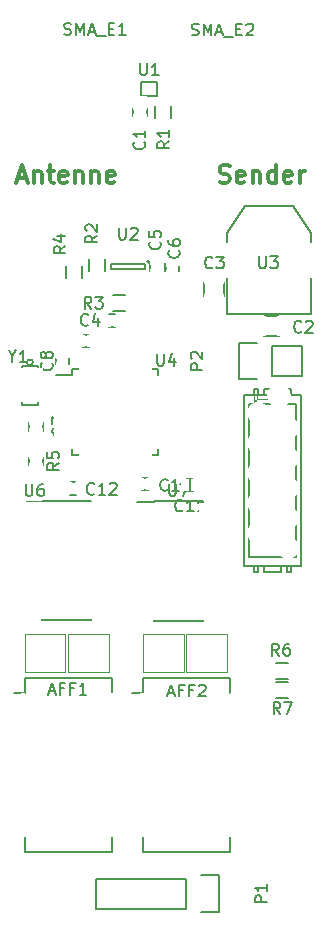
<source format=gto>
G04 #@! TF.FileFunction,Legend,Top*
%FSLAX46Y46*%
G04 Gerber Fmt 4.6, Leading zero omitted, Abs format (unit mm)*
G04 Created by KiCad (PCBNEW (2016-03-18 BZR 6629)-product) date Sa 16 Apr 2016 02:00:58 CEST*
%MOMM*%
G01*
G04 APERTURE LIST*
%ADD10C,0.100000*%
%ADD11C,0.300000*%
%ADD12C,0.150000*%
%ADD13C,0.203200*%
%ADD14C,0.101600*%
%ADD15C,0.099060*%
%ADD16C,0.200000*%
%ADD17O,2.000000X2.000000*%
%ADD18C,1.850000*%
%ADD19C,2.000000*%
%ADD20R,1.100000X1.700000*%
%ADD21R,1.700000X1.100000*%
%ADD22R,0.800000X1.000000*%
%ADD23R,1.000000X0.800000*%
%ADD24R,1.300000X0.900000*%
%ADD25R,0.900000X1.300000*%
%ADD26R,4.972000X2.813000*%
%ADD27R,4.471620X1.100000*%
%ADD28R,1.050000X1.460000*%
%ADD29R,4.057600X2.432000*%
%ADD30R,1.416000X2.432000*%
%ADD31R,1.700000X0.650000*%
%ADD32R,0.650000X1.700000*%
%ADD33R,0.700000X0.600000*%
%ADD34R,1.150000X1.200000*%
%ADD35R,2.200000X1.000000*%
%ADD36R,1.900000X1.000000*%
%ADD37R,0.849580X1.299160*%
%ADD38R,2.127200X2.432000*%
%ADD39O,2.127200X2.432000*%
%ADD40R,2.432000X2.432000*%
%ADD41O,2.432000X2.432000*%
G04 APERTURE END LIST*
D10*
D11*
X149892857Y-104250000D02*
X150607143Y-104250000D01*
X149750000Y-104678571D02*
X150250000Y-103178571D01*
X150750000Y-104678571D01*
X151250000Y-103678571D02*
X151250000Y-104678571D01*
X151250000Y-103821429D02*
X151321428Y-103750000D01*
X151464286Y-103678571D01*
X151678571Y-103678571D01*
X151821428Y-103750000D01*
X151892857Y-103892857D01*
X151892857Y-104678571D01*
X152392857Y-103678571D02*
X152964286Y-103678571D01*
X152607143Y-103178571D02*
X152607143Y-104464286D01*
X152678571Y-104607143D01*
X152821429Y-104678571D01*
X152964286Y-104678571D01*
X154035714Y-104607143D02*
X153892857Y-104678571D01*
X153607143Y-104678571D01*
X153464286Y-104607143D01*
X153392857Y-104464286D01*
X153392857Y-103892857D01*
X153464286Y-103750000D01*
X153607143Y-103678571D01*
X153892857Y-103678571D01*
X154035714Y-103750000D01*
X154107143Y-103892857D01*
X154107143Y-104035714D01*
X153392857Y-104178571D01*
X154750000Y-103678571D02*
X154750000Y-104678571D01*
X154750000Y-103821429D02*
X154821428Y-103750000D01*
X154964286Y-103678571D01*
X155178571Y-103678571D01*
X155321428Y-103750000D01*
X155392857Y-103892857D01*
X155392857Y-104678571D01*
X156107143Y-103678571D02*
X156107143Y-104678571D01*
X156107143Y-103821429D02*
X156178571Y-103750000D01*
X156321429Y-103678571D01*
X156535714Y-103678571D01*
X156678571Y-103750000D01*
X156750000Y-103892857D01*
X156750000Y-104678571D01*
X158035714Y-104607143D02*
X157892857Y-104678571D01*
X157607143Y-104678571D01*
X157464286Y-104607143D01*
X157392857Y-104464286D01*
X157392857Y-103892857D01*
X157464286Y-103750000D01*
X157607143Y-103678571D01*
X157892857Y-103678571D01*
X158035714Y-103750000D01*
X158107143Y-103892857D01*
X158107143Y-104035714D01*
X157392857Y-104178571D01*
X166964286Y-104607143D02*
X167178572Y-104678571D01*
X167535715Y-104678571D01*
X167678572Y-104607143D01*
X167750001Y-104535714D01*
X167821429Y-104392857D01*
X167821429Y-104250000D01*
X167750001Y-104107143D01*
X167678572Y-104035714D01*
X167535715Y-103964286D01*
X167250001Y-103892857D01*
X167107143Y-103821429D01*
X167035715Y-103750000D01*
X166964286Y-103607143D01*
X166964286Y-103464286D01*
X167035715Y-103321429D01*
X167107143Y-103250000D01*
X167250001Y-103178571D01*
X167607143Y-103178571D01*
X167821429Y-103250000D01*
X169035714Y-104607143D02*
X168892857Y-104678571D01*
X168607143Y-104678571D01*
X168464286Y-104607143D01*
X168392857Y-104464286D01*
X168392857Y-103892857D01*
X168464286Y-103750000D01*
X168607143Y-103678571D01*
X168892857Y-103678571D01*
X169035714Y-103750000D01*
X169107143Y-103892857D01*
X169107143Y-104035714D01*
X168392857Y-104178571D01*
X169750000Y-103678571D02*
X169750000Y-104678571D01*
X169750000Y-103821429D02*
X169821428Y-103750000D01*
X169964286Y-103678571D01*
X170178571Y-103678571D01*
X170321428Y-103750000D01*
X170392857Y-103892857D01*
X170392857Y-104678571D01*
X171750000Y-104678571D02*
X171750000Y-103178571D01*
X171750000Y-104607143D02*
X171607143Y-104678571D01*
X171321429Y-104678571D01*
X171178571Y-104607143D01*
X171107143Y-104535714D01*
X171035714Y-104392857D01*
X171035714Y-103964286D01*
X171107143Y-103821429D01*
X171178571Y-103750000D01*
X171321429Y-103678571D01*
X171607143Y-103678571D01*
X171750000Y-103750000D01*
X173035714Y-104607143D02*
X172892857Y-104678571D01*
X172607143Y-104678571D01*
X172464286Y-104607143D01*
X172392857Y-104464286D01*
X172392857Y-103892857D01*
X172464286Y-103750000D01*
X172607143Y-103678571D01*
X172892857Y-103678571D01*
X173035714Y-103750000D01*
X173107143Y-103892857D01*
X173107143Y-104035714D01*
X172392857Y-104178571D01*
X173750000Y-104678571D02*
X173750000Y-103678571D01*
X173750000Y-103964286D02*
X173821428Y-103821429D01*
X173892857Y-103750000D01*
X174035714Y-103678571D01*
X174178571Y-103678571D01*
D12*
X150485000Y-146605000D02*
X150485000Y-147875000D01*
X157835000Y-146605000D02*
X157835000Y-147875000D01*
X157835000Y-161355000D02*
X157835000Y-160085000D01*
X150485000Y-161355000D02*
X150485000Y-160085000D01*
X150485000Y-146605000D02*
X157835000Y-146605000D01*
X150485000Y-161355000D02*
X157835000Y-161355000D01*
X150485000Y-147875000D02*
X149550000Y-147875000D01*
D13*
X170751500Y-137243540D02*
X170751500Y-137644860D01*
X170751500Y-137644860D02*
X172148500Y-137644860D01*
X172148500Y-137644860D02*
X172148500Y-137243540D01*
X172648880Y-137243540D02*
X172648880Y-137644860D01*
X172648880Y-137644860D02*
X173047660Y-137644860D01*
X173047660Y-137644860D02*
X173047660Y-137243540D01*
X169852340Y-137243540D02*
X169852340Y-137644860D01*
X169852340Y-137644860D02*
X170251120Y-137644860D01*
X170251120Y-137644860D02*
X170251120Y-137243540D01*
X169052240Y-137144480D02*
X173847760Y-137144480D01*
X169451020Y-136344380D02*
X173448980Y-136344380D01*
D14*
X169852340Y-122707120D02*
X169852340Y-123006840D01*
X169852340Y-123006840D02*
X169852340Y-123306560D01*
X171450000Y-122707120D02*
X171450000Y-123006840D01*
X171450000Y-123006840D02*
X171450000Y-123306560D01*
X171450000Y-123006840D02*
X171150280Y-123306560D01*
X169852340Y-123006840D02*
X170152060Y-123306560D01*
X170050460Y-123105900D02*
X170152060Y-123006840D01*
X170152060Y-122707120D02*
X170152060Y-123006840D01*
X170152060Y-123006840D02*
X171150280Y-123006840D01*
X171150280Y-123006840D02*
X171150280Y-122707120D01*
X171251880Y-123105900D02*
X171150280Y-123006840D01*
D13*
X172148500Y-122506460D02*
X172148500Y-122105140D01*
X172148500Y-122105140D02*
X170751500Y-122105140D01*
X170751500Y-122105140D02*
X170751500Y-122506460D01*
X170251120Y-122506460D02*
X170251120Y-122105140D01*
X170251120Y-122105140D02*
X169852340Y-122105140D01*
X169852340Y-122105140D02*
X169852340Y-122506460D01*
X173047660Y-122506460D02*
X173047660Y-122105140D01*
X173047660Y-122105140D02*
X172648880Y-122105140D01*
X172648880Y-122105140D02*
X172648880Y-122506460D01*
X173847760Y-122605520D02*
X169052240Y-122605520D01*
X169451020Y-123405620D02*
X169451020Y-136344380D01*
X169052240Y-122605520D02*
X169052240Y-137144480D01*
X173847760Y-122605520D02*
X173847760Y-137144480D01*
X173448980Y-123405620D02*
X169451020Y-123405620D01*
X173448980Y-123405620D02*
X173448980Y-136344380D01*
D12*
X170750000Y-115925000D02*
X171950000Y-115925000D01*
X171950000Y-117675000D02*
X170750000Y-117675000D01*
X165600000Y-114250000D02*
X165600000Y-113050000D01*
X167350000Y-113050000D02*
X167350000Y-114250000D01*
X157622200Y-116858700D02*
X158122200Y-116858700D01*
X158122200Y-115808700D02*
X157622200Y-115808700D01*
X162447200Y-111683700D02*
X162447200Y-112183700D01*
X163497200Y-112183700D02*
X163497200Y-111683700D01*
X161525000Y-99200000D02*
X161525000Y-98200000D01*
X162875000Y-98200000D02*
X162875000Y-99200000D01*
X155897200Y-112133700D02*
X155897200Y-111133700D01*
X157247200Y-111133700D02*
X157247200Y-112133700D01*
X157972200Y-114158700D02*
X158972200Y-114158700D01*
X158972200Y-115508700D02*
X157972200Y-115508700D01*
X155347200Y-111733700D02*
X155347200Y-112733700D01*
X153997200Y-112733700D02*
X153997200Y-111733700D01*
X161022200Y-111358700D02*
G75*
G03X161022200Y-111358700I-100000J0D01*
G01*
X160672200Y-112008700D02*
X160672200Y-111508700D01*
X157772200Y-112008700D02*
X160672200Y-112008700D01*
X157772200Y-111508700D02*
X157772200Y-112008700D01*
X160672200Y-111508700D02*
X157772200Y-111508700D01*
X167626200Y-112722700D02*
X167626200Y-115770700D01*
X167626200Y-115770700D02*
X174738200Y-115770700D01*
X174738200Y-115770700D02*
X174738200Y-112722700D01*
X167626200Y-109674700D02*
X167626200Y-108912700D01*
X167626200Y-108912700D02*
X169150200Y-106626700D01*
X169150200Y-106626700D02*
X173214200Y-106626700D01*
X173214200Y-106626700D02*
X174738200Y-108912700D01*
X174738200Y-108912700D02*
X174738200Y-109674700D01*
X154497200Y-120458700D02*
X154497200Y-120983700D01*
X161747200Y-120458700D02*
X161747200Y-120983700D01*
X161747200Y-127708700D02*
X161747200Y-127183700D01*
X154497200Y-127708700D02*
X154497200Y-127183700D01*
X154497200Y-120458700D02*
X155022200Y-120458700D01*
X154497200Y-127708700D02*
X155022200Y-127708700D01*
X161747200Y-127708700D02*
X161222200Y-127708700D01*
X161747200Y-120458700D02*
X161222200Y-120458700D01*
X154497200Y-120983700D02*
X153122200Y-120983700D01*
X160300000Y-96120000D02*
X161700000Y-96120000D01*
X161700000Y-96120000D02*
X161700000Y-97320000D01*
X161700000Y-97320000D02*
X160300000Y-97320000D01*
X160300000Y-97320000D02*
X160300000Y-96120000D01*
X160800000Y-98350000D02*
X160800000Y-99050000D01*
X159600000Y-99050000D02*
X159600000Y-98350000D01*
X161100000Y-112150000D02*
X161100000Y-111450000D01*
X162300000Y-111450000D02*
X162300000Y-112150000D01*
X152050000Y-124950000D02*
X152050000Y-125650000D01*
X150850000Y-125650000D02*
X150850000Y-124950000D01*
X153125000Y-119475000D02*
X153125000Y-119975000D01*
X154175000Y-119975000D02*
X154175000Y-119475000D01*
X155900000Y-117525000D02*
X155400000Y-117525000D01*
X155400000Y-118575000D02*
X155900000Y-118575000D01*
X160400000Y-130725000D02*
X160900000Y-130725000D01*
X160900000Y-129675000D02*
X160400000Y-129675000D01*
X150850000Y-128575000D02*
X150850000Y-127875000D01*
X152050000Y-127875000D02*
X152050000Y-128575000D01*
X151150000Y-119875000D02*
G75*
G03X151150000Y-119875000I-250000J0D01*
G01*
X150250000Y-120175000D02*
X150250000Y-123475000D01*
X150250000Y-123475000D02*
X151550000Y-123475000D01*
X151550000Y-123475000D02*
X151550000Y-120175000D01*
X151550000Y-120175000D02*
X150250000Y-120175000D01*
X151925000Y-131575000D02*
X151925000Y-131680000D01*
X156075000Y-131575000D02*
X156075000Y-131680000D01*
X156075000Y-141725000D02*
X156075000Y-141620000D01*
X151925000Y-141725000D02*
X151925000Y-141620000D01*
X151925000Y-131575000D02*
X156075000Y-131575000D01*
X151925000Y-141725000D02*
X156075000Y-141725000D01*
X151925000Y-131680000D02*
X150550000Y-131680000D01*
D15*
X154150740Y-146100200D02*
X154150740Y-142899800D01*
X157551800Y-146100200D02*
X154150740Y-146100200D01*
X157551800Y-142899800D02*
X154153280Y-142899800D01*
X157554340Y-146100200D02*
X157554340Y-142899800D01*
X150500740Y-146100200D02*
X150500740Y-142899800D01*
X153901800Y-146100200D02*
X150500740Y-146100200D01*
X153901800Y-142899800D02*
X150503280Y-142899800D01*
X153904340Y-146100200D02*
X153904340Y-142899800D01*
D12*
X160485000Y-146605000D02*
X160485000Y-147875000D01*
X167835000Y-146605000D02*
X167835000Y-147875000D01*
X167835000Y-161355000D02*
X167835000Y-160085000D01*
X160485000Y-161355000D02*
X160485000Y-160085000D01*
X160485000Y-146605000D02*
X167835000Y-146605000D01*
X160485000Y-161355000D02*
X167835000Y-161355000D01*
X160485000Y-147875000D02*
X159550000Y-147875000D01*
D15*
X164150740Y-146100200D02*
X164150740Y-142899800D01*
X167551800Y-146100200D02*
X164150740Y-146100200D01*
X167551800Y-142899800D02*
X164153280Y-142899800D01*
X167554340Y-146100200D02*
X167554340Y-142899800D01*
X160500740Y-146100200D02*
X160500740Y-142899800D01*
X163901800Y-146100200D02*
X160500740Y-146100200D01*
X163901800Y-142899800D02*
X160503280Y-142899800D01*
X163904340Y-146100200D02*
X163904340Y-142899800D01*
D12*
X161375000Y-131625000D02*
X161375000Y-131730000D01*
X165525000Y-131625000D02*
X165525000Y-131730000D01*
X165525000Y-141775000D02*
X165525000Y-141670000D01*
X161375000Y-141775000D02*
X161375000Y-141670000D01*
X161375000Y-131625000D02*
X165525000Y-131625000D01*
X161375000Y-141775000D02*
X165525000Y-141775000D01*
X161375000Y-131730000D02*
X160000000Y-131730000D01*
X164200000Y-130775000D02*
X164700000Y-130775000D01*
X164700000Y-129725000D02*
X164200000Y-129725000D01*
X154325000Y-131075000D02*
X154825000Y-131075000D01*
X154825000Y-130025000D02*
X154325000Y-130025000D01*
X164130000Y-163580000D02*
X156510000Y-163580000D01*
X164130000Y-166120000D02*
X156510000Y-166120000D01*
X166950000Y-166400000D02*
X165400000Y-166400000D01*
X156510000Y-163580000D02*
X156510000Y-166120000D01*
X164130000Y-166120000D02*
X164130000Y-163580000D01*
X165400000Y-163300000D02*
X166950000Y-163300000D01*
X166950000Y-163300000D02*
X166950000Y-166400000D01*
X171420000Y-118505000D02*
X173960000Y-118505000D01*
X168600000Y-118225000D02*
X170150000Y-118225000D01*
X171420000Y-118505000D02*
X171420000Y-121045000D01*
X170150000Y-121325000D02*
X168600000Y-121325000D01*
X168600000Y-121325000D02*
X168600000Y-118225000D01*
X171420000Y-121045000D02*
X173960000Y-121045000D01*
X173960000Y-121045000D02*
X173960000Y-118505000D01*
X171760000Y-145295000D02*
X172760000Y-145295000D01*
X172760000Y-146645000D02*
X171760000Y-146645000D01*
X171770000Y-146975000D02*
X172770000Y-146975000D01*
X172770000Y-148325000D02*
X171770000Y-148325000D01*
X152528571Y-147716667D02*
X153004762Y-147716667D01*
X152433333Y-148002381D02*
X152766666Y-147002381D01*
X153100000Y-148002381D01*
X153766667Y-147478571D02*
X153433333Y-147478571D01*
X153433333Y-148002381D02*
X153433333Y-147002381D01*
X153909524Y-147002381D01*
X154623810Y-147478571D02*
X154290476Y-147478571D01*
X154290476Y-148002381D02*
X154290476Y-147002381D01*
X154766667Y-147002381D01*
X155671429Y-148002381D02*
X155100000Y-148002381D01*
X155385714Y-148002381D02*
X155385714Y-147002381D01*
X155290476Y-147145238D01*
X155195238Y-147240476D01*
X155100000Y-147288095D01*
X173876134Y-117258443D02*
X173828515Y-117306062D01*
X173685658Y-117353681D01*
X173590420Y-117353681D01*
X173447562Y-117306062D01*
X173352324Y-117210824D01*
X173304705Y-117115586D01*
X173257086Y-116925110D01*
X173257086Y-116782252D01*
X173304705Y-116591776D01*
X173352324Y-116496538D01*
X173447562Y-116401300D01*
X173590420Y-116353681D01*
X173685658Y-116353681D01*
X173828515Y-116401300D01*
X173876134Y-116448919D01*
X174257086Y-116448919D02*
X174304705Y-116401300D01*
X174399943Y-116353681D01*
X174638039Y-116353681D01*
X174733277Y-116401300D01*
X174780896Y-116448919D01*
X174828515Y-116544157D01*
X174828515Y-116639395D01*
X174780896Y-116782252D01*
X174209467Y-117353681D01*
X174828515Y-117353681D01*
X166356134Y-111833443D02*
X166308515Y-111881062D01*
X166165658Y-111928681D01*
X166070420Y-111928681D01*
X165927562Y-111881062D01*
X165832324Y-111785824D01*
X165784705Y-111690586D01*
X165737086Y-111500110D01*
X165737086Y-111357252D01*
X165784705Y-111166776D01*
X165832324Y-111071538D01*
X165927562Y-110976300D01*
X166070420Y-110928681D01*
X166165658Y-110928681D01*
X166308515Y-110976300D01*
X166356134Y-111023919D01*
X166689467Y-110928681D02*
X167308515Y-110928681D01*
X166975181Y-111309633D01*
X167118039Y-111309633D01*
X167213277Y-111357252D01*
X167260896Y-111404871D01*
X167308515Y-111500110D01*
X167308515Y-111738205D01*
X167260896Y-111833443D01*
X167213277Y-111881062D01*
X167118039Y-111928681D01*
X166832324Y-111928681D01*
X166737086Y-111881062D01*
X166689467Y-111833443D01*
X155833334Y-116682143D02*
X155785715Y-116729762D01*
X155642858Y-116777381D01*
X155547620Y-116777381D01*
X155404762Y-116729762D01*
X155309524Y-116634524D01*
X155261905Y-116539286D01*
X155214286Y-116348810D01*
X155214286Y-116205952D01*
X155261905Y-116015476D01*
X155309524Y-115920238D01*
X155404762Y-115825000D01*
X155547620Y-115777381D01*
X155642858Y-115777381D01*
X155785715Y-115825000D01*
X155833334Y-115872619D01*
X156690477Y-116110714D02*
X156690477Y-116777381D01*
X156452381Y-115729762D02*
X156214286Y-116444048D01*
X156833334Y-116444048D01*
X163507143Y-110391666D02*
X163554762Y-110439285D01*
X163602381Y-110582142D01*
X163602381Y-110677380D01*
X163554762Y-110820238D01*
X163459524Y-110915476D01*
X163364286Y-110963095D01*
X163173810Y-111010714D01*
X163030952Y-111010714D01*
X162840476Y-110963095D01*
X162745238Y-110915476D01*
X162650000Y-110820238D01*
X162602381Y-110677380D01*
X162602381Y-110582142D01*
X162650000Y-110439285D01*
X162697619Y-110391666D01*
X162602381Y-109534523D02*
X162602381Y-109725000D01*
X162650000Y-109820238D01*
X162697619Y-109867857D01*
X162840476Y-109963095D01*
X163030952Y-110010714D01*
X163411905Y-110010714D01*
X163507143Y-109963095D01*
X163554762Y-109915476D01*
X163602381Y-109820238D01*
X163602381Y-109629761D01*
X163554762Y-109534523D01*
X163507143Y-109486904D01*
X163411905Y-109439285D01*
X163173810Y-109439285D01*
X163078571Y-109486904D01*
X163030952Y-109534523D01*
X162983333Y-109629761D01*
X162983333Y-109820238D01*
X163030952Y-109915476D01*
X163078571Y-109963095D01*
X163173810Y-110010714D01*
X162702381Y-101166666D02*
X162226190Y-101500000D01*
X162702381Y-101738095D02*
X161702381Y-101738095D01*
X161702381Y-101357142D01*
X161750000Y-101261904D01*
X161797619Y-101214285D01*
X161892857Y-101166666D01*
X162035714Y-101166666D01*
X162130952Y-101214285D01*
X162178571Y-101261904D01*
X162226190Y-101357142D01*
X162226190Y-101738095D01*
X162702381Y-100214285D02*
X162702381Y-100785714D01*
X162702381Y-100500000D02*
X161702381Y-100500000D01*
X161845238Y-100595238D01*
X161940476Y-100690476D01*
X161988095Y-100785714D01*
X156602381Y-109141666D02*
X156126190Y-109475000D01*
X156602381Y-109713095D02*
X155602381Y-109713095D01*
X155602381Y-109332142D01*
X155650000Y-109236904D01*
X155697619Y-109189285D01*
X155792857Y-109141666D01*
X155935714Y-109141666D01*
X156030952Y-109189285D01*
X156078571Y-109236904D01*
X156126190Y-109332142D01*
X156126190Y-109713095D01*
X155697619Y-108760714D02*
X155650000Y-108713095D01*
X155602381Y-108617857D01*
X155602381Y-108379761D01*
X155650000Y-108284523D01*
X155697619Y-108236904D01*
X155792857Y-108189285D01*
X155888095Y-108189285D01*
X156030952Y-108236904D01*
X156602381Y-108808333D01*
X156602381Y-108189285D01*
X156108334Y-115327381D02*
X155775000Y-114851190D01*
X155536905Y-115327381D02*
X155536905Y-114327381D01*
X155917858Y-114327381D01*
X156013096Y-114375000D01*
X156060715Y-114422619D01*
X156108334Y-114517857D01*
X156108334Y-114660714D01*
X156060715Y-114755952D01*
X156013096Y-114803571D01*
X155917858Y-114851190D01*
X155536905Y-114851190D01*
X156441667Y-114327381D02*
X157060715Y-114327381D01*
X156727381Y-114708333D01*
X156870239Y-114708333D01*
X156965477Y-114755952D01*
X157013096Y-114803571D01*
X157060715Y-114898810D01*
X157060715Y-115136905D01*
X157013096Y-115232143D01*
X156965477Y-115279762D01*
X156870239Y-115327381D01*
X156584524Y-115327381D01*
X156489286Y-115279762D01*
X156441667Y-115232143D01*
X153902381Y-110041666D02*
X153426190Y-110375000D01*
X153902381Y-110613095D02*
X152902381Y-110613095D01*
X152902381Y-110232142D01*
X152950000Y-110136904D01*
X152997619Y-110089285D01*
X153092857Y-110041666D01*
X153235714Y-110041666D01*
X153330952Y-110089285D01*
X153378571Y-110136904D01*
X153426190Y-110232142D01*
X153426190Y-110613095D01*
X153235714Y-109184523D02*
X153902381Y-109184523D01*
X152854762Y-109422619D02*
X153569048Y-109660714D01*
X153569048Y-109041666D01*
D16*
X153804762Y-92104762D02*
X153947619Y-92152381D01*
X154185715Y-92152381D01*
X154280953Y-92104762D01*
X154328572Y-92057143D01*
X154376191Y-91961905D01*
X154376191Y-91866667D01*
X154328572Y-91771429D01*
X154280953Y-91723810D01*
X154185715Y-91676190D01*
X153995238Y-91628571D01*
X153900000Y-91580952D01*
X153852381Y-91533333D01*
X153804762Y-91438095D01*
X153804762Y-91342857D01*
X153852381Y-91247619D01*
X153900000Y-91200000D01*
X153995238Y-91152381D01*
X154233334Y-91152381D01*
X154376191Y-91200000D01*
X154804762Y-92152381D02*
X154804762Y-91152381D01*
X155138096Y-91866667D01*
X155471429Y-91152381D01*
X155471429Y-92152381D01*
X155900000Y-91866667D02*
X156376191Y-91866667D01*
X155804762Y-92152381D02*
X156138095Y-91152381D01*
X156471429Y-92152381D01*
X156566667Y-92247619D02*
X157328572Y-92247619D01*
X157566667Y-91628571D02*
X157900001Y-91628571D01*
X158042858Y-92152381D02*
X157566667Y-92152381D01*
X157566667Y-91152381D01*
X158042858Y-91152381D01*
X158995239Y-92152381D02*
X158423810Y-92152381D01*
X158709524Y-92152381D02*
X158709524Y-91152381D01*
X158614286Y-91295238D01*
X158519048Y-91390476D01*
X158423810Y-91438095D01*
X164604762Y-92154762D02*
X164747619Y-92202381D01*
X164985715Y-92202381D01*
X165080953Y-92154762D01*
X165128572Y-92107143D01*
X165176191Y-92011905D01*
X165176191Y-91916667D01*
X165128572Y-91821429D01*
X165080953Y-91773810D01*
X164985715Y-91726190D01*
X164795238Y-91678571D01*
X164700000Y-91630952D01*
X164652381Y-91583333D01*
X164604762Y-91488095D01*
X164604762Y-91392857D01*
X164652381Y-91297619D01*
X164700000Y-91250000D01*
X164795238Y-91202381D01*
X165033334Y-91202381D01*
X165176191Y-91250000D01*
X165604762Y-92202381D02*
X165604762Y-91202381D01*
X165938096Y-91916667D01*
X166271429Y-91202381D01*
X166271429Y-92202381D01*
X166700000Y-91916667D02*
X167176191Y-91916667D01*
X166604762Y-92202381D02*
X166938095Y-91202381D01*
X167271429Y-92202381D01*
X167366667Y-92297619D02*
X168128572Y-92297619D01*
X168366667Y-91678571D02*
X168700001Y-91678571D01*
X168842858Y-92202381D02*
X168366667Y-92202381D01*
X168366667Y-91202381D01*
X168842858Y-91202381D01*
X169223810Y-91297619D02*
X169271429Y-91250000D01*
X169366667Y-91202381D01*
X169604763Y-91202381D01*
X169700001Y-91250000D01*
X169747620Y-91297619D01*
X169795239Y-91392857D01*
X169795239Y-91488095D01*
X169747620Y-91630952D01*
X169176191Y-92202381D01*
X169795239Y-92202381D01*
D12*
X158438095Y-108477381D02*
X158438095Y-109286905D01*
X158485714Y-109382143D01*
X158533333Y-109429762D01*
X158628571Y-109477381D01*
X158819048Y-109477381D01*
X158914286Y-109429762D01*
X158961905Y-109382143D01*
X159009524Y-109286905D01*
X159009524Y-108477381D01*
X159438095Y-108572619D02*
X159485714Y-108525000D01*
X159580952Y-108477381D01*
X159819048Y-108477381D01*
X159914286Y-108525000D01*
X159961905Y-108572619D01*
X160009524Y-108667857D01*
X160009524Y-108763095D01*
X159961905Y-108905952D01*
X159390476Y-109477381D01*
X160009524Y-109477381D01*
X170313095Y-110902381D02*
X170313095Y-111711905D01*
X170360714Y-111807143D01*
X170408333Y-111854762D01*
X170503571Y-111902381D01*
X170694048Y-111902381D01*
X170789286Y-111854762D01*
X170836905Y-111807143D01*
X170884524Y-111711905D01*
X170884524Y-110902381D01*
X171265476Y-110902381D02*
X171884524Y-110902381D01*
X171551190Y-111283333D01*
X171694048Y-111283333D01*
X171789286Y-111330952D01*
X171836905Y-111378571D01*
X171884524Y-111473810D01*
X171884524Y-111711905D01*
X171836905Y-111807143D01*
X171789286Y-111854762D01*
X171694048Y-111902381D01*
X171408333Y-111902381D01*
X171313095Y-111854762D01*
X171265476Y-111807143D01*
X161663095Y-119152381D02*
X161663095Y-119961905D01*
X161710714Y-120057143D01*
X161758333Y-120104762D01*
X161853571Y-120152381D01*
X162044048Y-120152381D01*
X162139286Y-120104762D01*
X162186905Y-120057143D01*
X162234524Y-119961905D01*
X162234524Y-119152381D01*
X163139286Y-119485714D02*
X163139286Y-120152381D01*
X162901190Y-119104762D02*
X162663095Y-119819048D01*
X163282143Y-119819048D01*
X160238095Y-94552381D02*
X160238095Y-95361905D01*
X160285714Y-95457143D01*
X160333333Y-95504762D01*
X160428571Y-95552381D01*
X160619048Y-95552381D01*
X160714286Y-95504762D01*
X160761905Y-95457143D01*
X160809524Y-95361905D01*
X160809524Y-94552381D01*
X161809524Y-95552381D02*
X161238095Y-95552381D01*
X161523809Y-95552381D02*
X161523809Y-94552381D01*
X161428571Y-94695238D01*
X161333333Y-94790476D01*
X161238095Y-94838095D01*
X160557143Y-101216666D02*
X160604762Y-101264285D01*
X160652381Y-101407142D01*
X160652381Y-101502380D01*
X160604762Y-101645238D01*
X160509524Y-101740476D01*
X160414286Y-101788095D01*
X160223810Y-101835714D01*
X160080952Y-101835714D01*
X159890476Y-101788095D01*
X159795238Y-101740476D01*
X159700000Y-101645238D01*
X159652381Y-101502380D01*
X159652381Y-101407142D01*
X159700000Y-101264285D01*
X159747619Y-101216666D01*
X160652381Y-100264285D02*
X160652381Y-100835714D01*
X160652381Y-100550000D02*
X159652381Y-100550000D01*
X159795238Y-100645238D01*
X159890476Y-100740476D01*
X159938095Y-100835714D01*
X161907143Y-109666666D02*
X161954762Y-109714285D01*
X162002381Y-109857142D01*
X162002381Y-109952380D01*
X161954762Y-110095238D01*
X161859524Y-110190476D01*
X161764286Y-110238095D01*
X161573810Y-110285714D01*
X161430952Y-110285714D01*
X161240476Y-110238095D01*
X161145238Y-110190476D01*
X161050000Y-110095238D01*
X161002381Y-109952380D01*
X161002381Y-109857142D01*
X161050000Y-109714285D01*
X161097619Y-109666666D01*
X161002381Y-108761904D02*
X161002381Y-109238095D01*
X161478571Y-109285714D01*
X161430952Y-109238095D01*
X161383333Y-109142857D01*
X161383333Y-108904761D01*
X161430952Y-108809523D01*
X161478571Y-108761904D01*
X161573810Y-108714285D01*
X161811905Y-108714285D01*
X161907143Y-108761904D01*
X161954762Y-108809523D01*
X162002381Y-108904761D01*
X162002381Y-109142857D01*
X161954762Y-109238095D01*
X161907143Y-109285714D01*
X153707143Y-125466666D02*
X153754762Y-125514285D01*
X153802381Y-125657142D01*
X153802381Y-125752380D01*
X153754762Y-125895238D01*
X153659524Y-125990476D01*
X153564286Y-126038095D01*
X153373810Y-126085714D01*
X153230952Y-126085714D01*
X153040476Y-126038095D01*
X152945238Y-125990476D01*
X152850000Y-125895238D01*
X152802381Y-125752380D01*
X152802381Y-125657142D01*
X152850000Y-125514285D01*
X152897619Y-125466666D01*
X152802381Y-125133333D02*
X152802381Y-124466666D01*
X153802381Y-124895238D01*
X152732143Y-119916666D02*
X152779762Y-119964285D01*
X152827381Y-120107142D01*
X152827381Y-120202380D01*
X152779762Y-120345238D01*
X152684524Y-120440476D01*
X152589286Y-120488095D01*
X152398810Y-120535714D01*
X152255952Y-120535714D01*
X152065476Y-120488095D01*
X151970238Y-120440476D01*
X151875000Y-120345238D01*
X151827381Y-120202380D01*
X151827381Y-120107142D01*
X151875000Y-119964285D01*
X151922619Y-119916666D01*
X152255952Y-119345238D02*
X152208333Y-119440476D01*
X152160714Y-119488095D01*
X152065476Y-119535714D01*
X152017857Y-119535714D01*
X151922619Y-119488095D01*
X151875000Y-119440476D01*
X151827381Y-119345238D01*
X151827381Y-119154761D01*
X151875000Y-119059523D01*
X151922619Y-119011904D01*
X152017857Y-118964285D01*
X152065476Y-118964285D01*
X152160714Y-119011904D01*
X152208333Y-119059523D01*
X152255952Y-119154761D01*
X152255952Y-119345238D01*
X152303571Y-119440476D01*
X152351190Y-119488095D01*
X152446429Y-119535714D01*
X152636905Y-119535714D01*
X152732143Y-119488095D01*
X152779762Y-119440476D01*
X152827381Y-119345238D01*
X152827381Y-119154761D01*
X152779762Y-119059523D01*
X152732143Y-119011904D01*
X152636905Y-118964285D01*
X152446429Y-118964285D01*
X152351190Y-119011904D01*
X152303571Y-119059523D01*
X152255952Y-119154761D01*
X162557143Y-130657143D02*
X162509524Y-130704762D01*
X162366667Y-130752381D01*
X162271429Y-130752381D01*
X162128571Y-130704762D01*
X162033333Y-130609524D01*
X161985714Y-130514286D01*
X161938095Y-130323810D01*
X161938095Y-130180952D01*
X161985714Y-129990476D01*
X162033333Y-129895238D01*
X162128571Y-129800000D01*
X162271429Y-129752381D01*
X162366667Y-129752381D01*
X162509524Y-129800000D01*
X162557143Y-129847619D01*
X163509524Y-130752381D02*
X162938095Y-130752381D01*
X163223809Y-130752381D02*
X163223809Y-129752381D01*
X163128571Y-129895238D01*
X163033333Y-129990476D01*
X162938095Y-130038095D01*
X164128571Y-129752381D02*
X164223810Y-129752381D01*
X164319048Y-129800000D01*
X164366667Y-129847619D01*
X164414286Y-129942857D01*
X164461905Y-130133333D01*
X164461905Y-130371429D01*
X164414286Y-130561905D01*
X164366667Y-130657143D01*
X164319048Y-130704762D01*
X164223810Y-130752381D01*
X164128571Y-130752381D01*
X164033333Y-130704762D01*
X163985714Y-130657143D01*
X163938095Y-130561905D01*
X163890476Y-130371429D01*
X163890476Y-130133333D01*
X163938095Y-129942857D01*
X163985714Y-129847619D01*
X164033333Y-129800000D01*
X164128571Y-129752381D01*
X153352381Y-128391666D02*
X152876190Y-128725000D01*
X153352381Y-128963095D02*
X152352381Y-128963095D01*
X152352381Y-128582142D01*
X152400000Y-128486904D01*
X152447619Y-128439285D01*
X152542857Y-128391666D01*
X152685714Y-128391666D01*
X152780952Y-128439285D01*
X152828571Y-128486904D01*
X152876190Y-128582142D01*
X152876190Y-128963095D01*
X152352381Y-127486904D02*
X152352381Y-127963095D01*
X152828571Y-128010714D01*
X152780952Y-127963095D01*
X152733333Y-127867857D01*
X152733333Y-127629761D01*
X152780952Y-127534523D01*
X152828571Y-127486904D01*
X152923810Y-127439285D01*
X153161905Y-127439285D01*
X153257143Y-127486904D01*
X153304762Y-127534523D01*
X153352381Y-127629761D01*
X153352381Y-127867857D01*
X153304762Y-127963095D01*
X153257143Y-128010714D01*
X149423809Y-119376190D02*
X149423809Y-119852381D01*
X149090476Y-118852381D02*
X149423809Y-119376190D01*
X149757143Y-118852381D01*
X150614286Y-119852381D02*
X150042857Y-119852381D01*
X150328571Y-119852381D02*
X150328571Y-118852381D01*
X150233333Y-118995238D01*
X150138095Y-119090476D01*
X150042857Y-119138095D01*
X150538095Y-130177381D02*
X150538095Y-130986905D01*
X150585714Y-131082143D01*
X150633333Y-131129762D01*
X150728571Y-131177381D01*
X150919048Y-131177381D01*
X151014286Y-131129762D01*
X151061905Y-131082143D01*
X151109524Y-130986905D01*
X151109524Y-130177381D01*
X152014286Y-130177381D02*
X151823809Y-130177381D01*
X151728571Y-130225000D01*
X151680952Y-130272619D01*
X151585714Y-130415476D01*
X151538095Y-130605952D01*
X151538095Y-130986905D01*
X151585714Y-131082143D01*
X151633333Y-131129762D01*
X151728571Y-131177381D01*
X151919048Y-131177381D01*
X152014286Y-131129762D01*
X152061905Y-131082143D01*
X152109524Y-130986905D01*
X152109524Y-130748810D01*
X152061905Y-130653571D01*
X152014286Y-130605952D01*
X151919048Y-130558333D01*
X151728571Y-130558333D01*
X151633333Y-130605952D01*
X151585714Y-130653571D01*
X151538095Y-130748810D01*
X162628571Y-147866667D02*
X163104762Y-147866667D01*
X162533333Y-148152381D02*
X162866666Y-147152381D01*
X163200000Y-148152381D01*
X163866667Y-147628571D02*
X163533333Y-147628571D01*
X163533333Y-148152381D02*
X163533333Y-147152381D01*
X164009524Y-147152381D01*
X164723810Y-147628571D02*
X164390476Y-147628571D01*
X164390476Y-148152381D02*
X164390476Y-147152381D01*
X164866667Y-147152381D01*
X165200000Y-147247619D02*
X165247619Y-147200000D01*
X165342857Y-147152381D01*
X165580953Y-147152381D01*
X165676191Y-147200000D01*
X165723810Y-147247619D01*
X165771429Y-147342857D01*
X165771429Y-147438095D01*
X165723810Y-147580952D01*
X165152381Y-148152381D01*
X165771429Y-148152381D01*
X162688095Y-130152381D02*
X162688095Y-130961905D01*
X162735714Y-131057143D01*
X162783333Y-131104762D01*
X162878571Y-131152381D01*
X163069048Y-131152381D01*
X163164286Y-131104762D01*
X163211905Y-131057143D01*
X163259524Y-130961905D01*
X163259524Y-130152381D01*
X163640476Y-130152381D02*
X164307143Y-130152381D01*
X163878571Y-131152381D01*
X163807143Y-132407143D02*
X163759524Y-132454762D01*
X163616667Y-132502381D01*
X163521429Y-132502381D01*
X163378571Y-132454762D01*
X163283333Y-132359524D01*
X163235714Y-132264286D01*
X163188095Y-132073810D01*
X163188095Y-131930952D01*
X163235714Y-131740476D01*
X163283333Y-131645238D01*
X163378571Y-131550000D01*
X163521429Y-131502381D01*
X163616667Y-131502381D01*
X163759524Y-131550000D01*
X163807143Y-131597619D01*
X164759524Y-132502381D02*
X164188095Y-132502381D01*
X164473809Y-132502381D02*
X164473809Y-131502381D01*
X164378571Y-131645238D01*
X164283333Y-131740476D01*
X164188095Y-131788095D01*
X165711905Y-132502381D02*
X165140476Y-132502381D01*
X165426190Y-132502381D02*
X165426190Y-131502381D01*
X165330952Y-131645238D01*
X165235714Y-131740476D01*
X165140476Y-131788095D01*
X156332143Y-130982143D02*
X156284524Y-131029762D01*
X156141667Y-131077381D01*
X156046429Y-131077381D01*
X155903571Y-131029762D01*
X155808333Y-130934524D01*
X155760714Y-130839286D01*
X155713095Y-130648810D01*
X155713095Y-130505952D01*
X155760714Y-130315476D01*
X155808333Y-130220238D01*
X155903571Y-130125000D01*
X156046429Y-130077381D01*
X156141667Y-130077381D01*
X156284524Y-130125000D01*
X156332143Y-130172619D01*
X157284524Y-131077381D02*
X156713095Y-131077381D01*
X156998809Y-131077381D02*
X156998809Y-130077381D01*
X156903571Y-130220238D01*
X156808333Y-130315476D01*
X156713095Y-130363095D01*
X157665476Y-130172619D02*
X157713095Y-130125000D01*
X157808333Y-130077381D01*
X158046429Y-130077381D01*
X158141667Y-130125000D01*
X158189286Y-130172619D01*
X158236905Y-130267857D01*
X158236905Y-130363095D01*
X158189286Y-130505952D01*
X157617857Y-131077381D01*
X158236905Y-131077381D01*
X170952381Y-165588095D02*
X169952381Y-165588095D01*
X169952381Y-165207142D01*
X170000000Y-165111904D01*
X170047619Y-165064285D01*
X170142857Y-165016666D01*
X170285714Y-165016666D01*
X170380952Y-165064285D01*
X170428571Y-165111904D01*
X170476190Y-165207142D01*
X170476190Y-165588095D01*
X170952381Y-164064285D02*
X170952381Y-164635714D01*
X170952381Y-164350000D02*
X169952381Y-164350000D01*
X170095238Y-164445238D01*
X170190476Y-164540476D01*
X170238095Y-164635714D01*
X165502381Y-120513095D02*
X164502381Y-120513095D01*
X164502381Y-120132142D01*
X164550000Y-120036904D01*
X164597619Y-119989285D01*
X164692857Y-119941666D01*
X164835714Y-119941666D01*
X164930952Y-119989285D01*
X164978571Y-120036904D01*
X165026190Y-120132142D01*
X165026190Y-120513095D01*
X164597619Y-119560714D02*
X164550000Y-119513095D01*
X164502381Y-119417857D01*
X164502381Y-119179761D01*
X164550000Y-119084523D01*
X164597619Y-119036904D01*
X164692857Y-118989285D01*
X164788095Y-118989285D01*
X164930952Y-119036904D01*
X165502381Y-119608333D01*
X165502381Y-118989285D01*
X171983334Y-144702381D02*
X171650000Y-144226190D01*
X171411905Y-144702381D02*
X171411905Y-143702381D01*
X171792858Y-143702381D01*
X171888096Y-143750000D01*
X171935715Y-143797619D01*
X171983334Y-143892857D01*
X171983334Y-144035714D01*
X171935715Y-144130952D01*
X171888096Y-144178571D01*
X171792858Y-144226190D01*
X171411905Y-144226190D01*
X172840477Y-143702381D02*
X172650000Y-143702381D01*
X172554762Y-143750000D01*
X172507143Y-143797619D01*
X172411905Y-143940476D01*
X172364286Y-144130952D01*
X172364286Y-144511905D01*
X172411905Y-144607143D01*
X172459524Y-144654762D01*
X172554762Y-144702381D01*
X172745239Y-144702381D01*
X172840477Y-144654762D01*
X172888096Y-144607143D01*
X172935715Y-144511905D01*
X172935715Y-144273810D01*
X172888096Y-144178571D01*
X172840477Y-144130952D01*
X172745239Y-144083333D01*
X172554762Y-144083333D01*
X172459524Y-144130952D01*
X172411905Y-144178571D01*
X172364286Y-144273810D01*
X172103334Y-149642381D02*
X171770000Y-149166190D01*
X171531905Y-149642381D02*
X171531905Y-148642381D01*
X171912858Y-148642381D01*
X172008096Y-148690000D01*
X172055715Y-148737619D01*
X172103334Y-148832857D01*
X172103334Y-148975714D01*
X172055715Y-149070952D01*
X172008096Y-149118571D01*
X171912858Y-149166190D01*
X171531905Y-149166190D01*
X172436667Y-148642381D02*
X173103334Y-148642381D01*
X172674762Y-149642381D01*
%LPC*%
D17*
X150350000Y-148900000D03*
X150350000Y-151440000D03*
X150350000Y-153980000D03*
X150350000Y-156520000D03*
X150350000Y-159060000D03*
X157970000Y-159060000D03*
X157970000Y-156520000D03*
X157970000Y-153980000D03*
X157970000Y-151440000D03*
X157970000Y-148900000D03*
D18*
X170180000Y-124160000D03*
X172720000Y-125430000D03*
X170180000Y-126700000D03*
X172720000Y-127970000D03*
X170180000Y-129240000D03*
X172720000Y-130510000D03*
X170180000Y-131780000D03*
X172720000Y-133050000D03*
X170180000Y-134320000D03*
X172720000Y-135590000D03*
D19*
X171980000Y-122760000D03*
D20*
X172300000Y-116800000D03*
X170400000Y-116800000D03*
D21*
X166475000Y-112700000D03*
X166475000Y-114600000D03*
D22*
X158322200Y-116333700D03*
X157422200Y-116333700D03*
D23*
X162972200Y-112383700D03*
X162972200Y-111483700D03*
D24*
X162200000Y-97950000D03*
X162200000Y-99450000D03*
X156572200Y-110883700D03*
X156572200Y-112383700D03*
D25*
X159222200Y-114833700D03*
X157722200Y-114833700D03*
D24*
X154672200Y-112983700D03*
X154672200Y-111483700D03*
D26*
X151140000Y-92120000D03*
D10*
G36*
X149548190Y-95990000D02*
X149548190Y-96990000D01*
X148647810Y-96790000D01*
X148647810Y-96190000D01*
X149548190Y-95990000D01*
X149548190Y-95990000D01*
G37*
D26*
X151140000Y-100920000D03*
D27*
X151384000Y-96490000D03*
D26*
X172710000Y-100920000D03*
D10*
G36*
X174301810Y-97050000D02*
X174301810Y-96050000D01*
X175202190Y-96250000D01*
X175202190Y-96850000D01*
X174301810Y-97050000D01*
X174301810Y-97050000D01*
G37*
D26*
X172710000Y-92120000D03*
D27*
X172466000Y-96550000D03*
D28*
X160172200Y-110658700D03*
X159222200Y-110658700D03*
X158272200Y-110658700D03*
X158272200Y-112858700D03*
X160172200Y-112858700D03*
X159222200Y-112858700D03*
D29*
X171182200Y-107896700D03*
D30*
X171182200Y-114500700D03*
X173468200Y-114500700D03*
X168896200Y-114500700D03*
D31*
X153772200Y-121333700D03*
X153772200Y-121833700D03*
X153772200Y-122333700D03*
X153772200Y-122833700D03*
X153772200Y-123333700D03*
X153772200Y-123833700D03*
X153772200Y-124333700D03*
X153772200Y-124833700D03*
X153772200Y-125333700D03*
X153772200Y-125833700D03*
X153772200Y-126333700D03*
X153772200Y-126833700D03*
D32*
X155372200Y-128433700D03*
X155872200Y-128433700D03*
X156372200Y-128433700D03*
X156872200Y-128433700D03*
X157372200Y-128433700D03*
X157872200Y-128433700D03*
X158372200Y-128433700D03*
X158872200Y-128433700D03*
X159372200Y-128433700D03*
X159872200Y-128433700D03*
X160372200Y-128433700D03*
X160872200Y-128433700D03*
D31*
X162472200Y-126833700D03*
X162472200Y-126333700D03*
X162472200Y-125833700D03*
X162472200Y-125333700D03*
X162472200Y-124833700D03*
X162472200Y-124333700D03*
X162472200Y-123833700D03*
X162472200Y-123333700D03*
X162472200Y-122833700D03*
X162472200Y-122333700D03*
X162472200Y-121833700D03*
X162472200Y-121333700D03*
D32*
X160872200Y-119733700D03*
X160372200Y-119733700D03*
X159872200Y-119733700D03*
X159372200Y-119733700D03*
X158872200Y-119733700D03*
X158372200Y-119733700D03*
X157872200Y-119733700D03*
X157372200Y-119733700D03*
X156872200Y-119733700D03*
X156372200Y-119733700D03*
X155872200Y-119733700D03*
X155372200Y-119733700D03*
D33*
X161250000Y-96495000D03*
X161250000Y-96945000D03*
X160750000Y-96945000D03*
X160750000Y-96495000D03*
D34*
X160200000Y-97950000D03*
X160200000Y-99450000D03*
X161700000Y-112550000D03*
X161700000Y-111050000D03*
X151450000Y-124550000D03*
X151450000Y-126050000D03*
D23*
X153650000Y-120175000D03*
X153650000Y-119275000D03*
D22*
X155200000Y-118050000D03*
X156100000Y-118050000D03*
X161100000Y-130200000D03*
X160200000Y-130200000D03*
D34*
X151450000Y-128975000D03*
X151450000Y-127475000D03*
D35*
X150900000Y-120825000D03*
X150900000Y-121775000D03*
X150900000Y-122725000D03*
D36*
X151300000Y-132205000D03*
X151300000Y-133475000D03*
X151300000Y-134745000D03*
X151300000Y-136015000D03*
X151300000Y-137285000D03*
X151300000Y-138555000D03*
X151300000Y-139825000D03*
X151300000Y-141095000D03*
X156700000Y-141095000D03*
X156700000Y-139825000D03*
X156700000Y-138555000D03*
X156700000Y-137285000D03*
X156700000Y-136015000D03*
X156700000Y-134745000D03*
X156700000Y-133475000D03*
X156700000Y-132205000D03*
D37*
X157051420Y-143649100D03*
X156251320Y-143649100D03*
X155451220Y-143649100D03*
X154651120Y-143649100D03*
X157051420Y-145350900D03*
X156251320Y-145350900D03*
X155451220Y-145350900D03*
X154651120Y-145350900D03*
X153401420Y-143649100D03*
X152601320Y-143649100D03*
X151801220Y-143649100D03*
X151001120Y-143649100D03*
X153401420Y-145350900D03*
X152601320Y-145350900D03*
X151801220Y-145350900D03*
X151001120Y-145350900D03*
D17*
X160350000Y-148900000D03*
X160350000Y-151440000D03*
X160350000Y-153980000D03*
X160350000Y-156520000D03*
X160350000Y-159060000D03*
X167970000Y-159060000D03*
X167970000Y-156520000D03*
X167970000Y-153980000D03*
X167970000Y-151440000D03*
X167970000Y-148900000D03*
D37*
X167051420Y-143649100D03*
X166251320Y-143649100D03*
X165451220Y-143649100D03*
X164651120Y-143649100D03*
X167051420Y-145350900D03*
X166251320Y-145350900D03*
X165451220Y-145350900D03*
X164651120Y-145350900D03*
X163401420Y-143649100D03*
X162601320Y-143649100D03*
X161801220Y-143649100D03*
X161001120Y-143649100D03*
X163401420Y-145350900D03*
X162601320Y-145350900D03*
X161801220Y-145350900D03*
X161001120Y-145350900D03*
D36*
X160750000Y-132255000D03*
X160750000Y-133525000D03*
X160750000Y-134795000D03*
X160750000Y-136065000D03*
X160750000Y-137335000D03*
X160750000Y-138605000D03*
X160750000Y-139875000D03*
X160750000Y-141145000D03*
X166150000Y-141145000D03*
X166150000Y-139875000D03*
X166150000Y-138605000D03*
X166150000Y-137335000D03*
X166150000Y-136065000D03*
X166150000Y-134795000D03*
X166150000Y-133525000D03*
X166150000Y-132255000D03*
D22*
X164900000Y-130250000D03*
X164000000Y-130250000D03*
X155025000Y-130550000D03*
X154125000Y-130550000D03*
D38*
X165400000Y-164850000D03*
D39*
X162860000Y-164850000D03*
X160320000Y-164850000D03*
X157780000Y-164850000D03*
D40*
X170150000Y-119775000D03*
D41*
X172690000Y-119775000D03*
D25*
X173010000Y-145970000D03*
X171510000Y-145970000D03*
X173020000Y-147650000D03*
X171520000Y-147650000D03*
M02*

</source>
